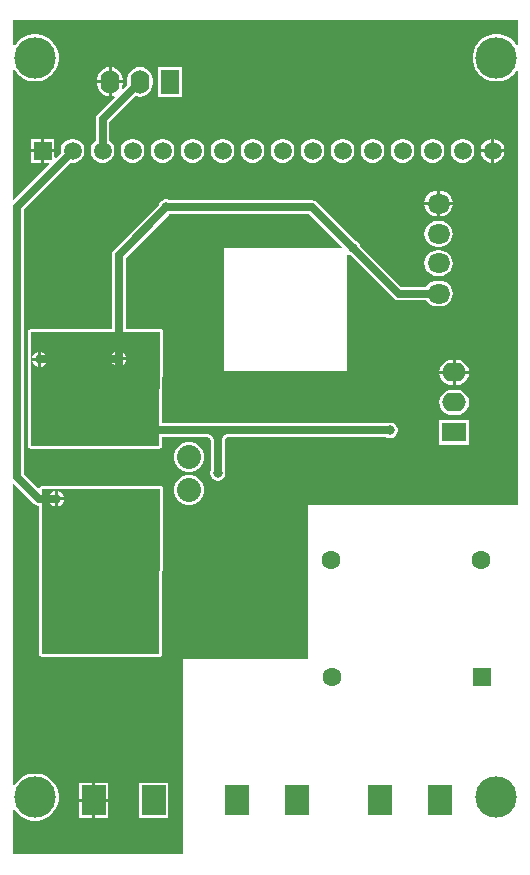
<source format=gbl>
G04*
G04 #@! TF.GenerationSoftware,Altium Limited,Altium Designer,21.9.2 (33)*
G04*
G04 Layer_Physical_Order=2*
G04 Layer_Color=16711680*
%FSTAX25Y25*%
%MOIN*%
G70*
G04*
G04 #@! TF.SameCoordinates,0F4E3B0E-42B1-4E8D-80DC-DAFE1E1038FA*
G04*
G04*
G04 #@! TF.FilePolarity,Positive*
G04*
G01*
G75*
%ADD14C,0.01000*%
%ADD63C,0.02500*%
%ADD66O,0.07500X0.06500*%
%ADD67C,0.13800*%
%ADD68C,0.06299*%
%ADD69R,0.06299X0.06299*%
%ADD70C,0.00787*%
%ADD71C,0.08000*%
%ADD72O,0.06299X0.07874*%
%ADD73R,0.06299X0.07874*%
%ADD74O,0.07874X0.06299*%
%ADD75R,0.07874X0.06299*%
%ADD76R,0.07874X0.09843*%
%ADD77C,0.05984*%
%ADD78R,0.05984X0.05984*%
%ADD79C,0.03150*%
G36*
X0506961Y0371404D02*
X0506461Y0371252D01*
X0505937Y0372036D01*
X0504837Y0373136D01*
X0503543Y0374001D01*
X0502105Y0374596D01*
X0500579Y03749D01*
X0499023D01*
X0497497Y0374596D01*
X0496059Y0374001D01*
X0494765Y0373136D01*
X0493665Y0372036D01*
X04928Y0370742D01*
X0492205Y0369304D01*
X0491901Y0367778D01*
Y0366222D01*
X0492205Y0364696D01*
X04928Y0363258D01*
X0493665Y0361964D01*
X0494765Y0360864D01*
X0496059Y0359999D01*
X0497497Y0359404D01*
X0499023Y03591D01*
X0500579D01*
X0502105Y0359404D01*
X0503543Y0359999D01*
X0504837Y0360864D01*
X0505937Y0361964D01*
X0506461Y0362748D01*
X0506961Y0362596D01*
Y0217922D01*
X0436982D01*
Y01667D01*
X03953D01*
Y0101539D01*
X0338539D01*
Y0116272D01*
X0338655Y0116373D01*
X0339314Y0116286D01*
X0339864Y0115464D01*
X0340964Y0114364D01*
X0342258Y0113499D01*
X0343696Y0112904D01*
X0345222Y01126D01*
X0346778D01*
X0348304Y0112904D01*
X0349742Y0113499D01*
X0351036Y0114364D01*
X0352136Y0115464D01*
X0353001Y0116758D01*
X0353596Y0118196D01*
X03539Y0119722D01*
Y0121278D01*
X0353596Y0122804D01*
X0353001Y0124242D01*
X0352136Y0125536D01*
X0351036Y0126636D01*
X0349742Y0127501D01*
X0348304Y0128096D01*
X0346778Y01284D01*
X0345222D01*
X0343696Y0128096D01*
X0342258Y0127501D01*
X0340964Y0126636D01*
X0339864Y0125536D01*
X0339314Y0124714D01*
X0338655Y0124627D01*
X0338539Y0124728D01*
Y0224763D01*
X0339001Y0224955D01*
X0345578Y0218378D01*
X0346322Y0217881D01*
X03472Y0217706D01*
X034738D01*
Y01684D01*
X0347458Y016801D01*
X0347679Y0167679D01*
X034801Y0167458D01*
X03484Y016738D01*
X0387449D01*
X0387641Y0167419D01*
X0387833Y0167456D01*
X0387836Y0167457D01*
X0387839Y0167458D01*
X0388002Y0167567D01*
X0388166Y0167675D01*
X0388167Y0167677D01*
X038817Y0167679D01*
X0388278Y0167841D01*
X0388389Y0168004D01*
X0388389Y0168007D01*
X0388391Y016801D01*
X0388429Y0168202D01*
X0388469Y0168394D01*
X0388801Y0223194D01*
X03888Y0223197D01*
X0388801Y02232D01*
X0388763Y0223392D01*
X0388725Y0223585D01*
X0388724Y0223587D01*
X0388723Y022359D01*
X0388615Y0223753D01*
X0388507Y0223917D01*
X0388504Y0223918D01*
X0388502Y0223921D01*
X038834Y022403D01*
X0388177Y022414D01*
X0388174Y022414D01*
X0388171Y0224142D01*
X0387979Y022418D01*
X0387787Y022422D01*
X0387784Y0224219D01*
X0387781Y022422D01*
X03484Y022422D01*
X034801Y0224142D01*
X0347679Y0223921D01*
X0347499Y0223652D01*
X034729Y0223565D01*
X0346933Y0223512D01*
X0342194Y022825D01*
Y031645D01*
X0357799Y0332055D01*
X0357974Y0332008D01*
X0359026D01*
X0360041Y033228D01*
X0360951Y0332805D01*
X0361695Y0333549D01*
X036222Y0334459D01*
X0362492Y0335474D01*
Y0336526D01*
X036222Y0337541D01*
X0361695Y0338451D01*
X0360951Y0339194D01*
X0360041Y033972D01*
X0359026Y0339992D01*
X0357974D01*
X0356959Y033972D01*
X0356049Y0339194D01*
X0355306Y0338451D01*
X035478Y0337541D01*
X0354508Y0336526D01*
Y0335474D01*
X0354555Y0335299D01*
X0352954Y0333698D01*
X0352492Y033389D01*
Y03355D01*
X0349D01*
Y0332008D01*
X035061D01*
X0350802Y0331546D01*
X0339001Y0319745D01*
X0338539Y0319937D01*
Y0362772D01*
X0338655Y0362873D01*
X0339314Y0362786D01*
X0339864Y0361964D01*
X0340964Y0360864D01*
X0342258Y0359999D01*
X0343696Y0359404D01*
X0345222Y03591D01*
X0346778D01*
X0348304Y0359404D01*
X0349742Y0359999D01*
X0351036Y0360864D01*
X0352136Y0361964D01*
X0353001Y0363258D01*
X0353596Y0364696D01*
X03539Y0366222D01*
Y0367778D01*
X0353596Y0369304D01*
X0353001Y0370742D01*
X0352136Y0372036D01*
X0351036Y0373136D01*
X0349742Y0374001D01*
X0348304Y0374596D01*
X0346778Y03749D01*
X0345222D01*
X0343696Y0374596D01*
X0342258Y0374001D01*
X0340964Y0373136D01*
X0339864Y0372036D01*
X0339314Y0371214D01*
X0338655Y0371127D01*
X0338539Y0371228D01*
Y0379461D01*
X0506961D01*
Y0371404D01*
D02*
G37*
G36*
X0387781Y02232D02*
X0387449Y01684D01*
X03484D01*
Y02232D01*
X0387781Y02232D01*
D02*
G37*
%LPC*%
G36*
X03715Y0363907D02*
Y03595D01*
X0375185D01*
Y0359787D01*
X0375043Y0360871D01*
X0374625Y036188D01*
X0373959Y0362747D01*
X0373093Y0363412D01*
X0372083Y036383D01*
X03715Y0363907D01*
D02*
G37*
G36*
X03705D02*
X0369917Y036383D01*
X0368907Y0363412D01*
X036804Y0362747D01*
X0367375Y036188D01*
X0366957Y0360871D01*
X0366815Y0359787D01*
Y03595D01*
X03705D01*
Y0363907D01*
D02*
G37*
G36*
X0381Y0363973D02*
X0379917Y036383D01*
X0378907Y0363412D01*
X0378041Y0362747D01*
X0377375Y036188D01*
X0376957Y0360871D01*
X0376815Y0359787D01*
Y0358213D01*
X0376833Y0358077D01*
X0375371Y0356615D01*
X0374947Y0356899D01*
X0375043Y0357129D01*
X0375185Y0358213D01*
Y03585D01*
X03715D01*
Y0354093D01*
X0372083Y035417D01*
X0372314Y0354265D01*
X0372597Y0353841D01*
X0366878Y0348122D01*
X0366381Y0347378D01*
X0366206Y03465D01*
Y0339285D01*
X0366049Y0339194D01*
X0365305Y0338451D01*
X036478Y0337541D01*
X0364508Y0336526D01*
Y0335474D01*
X036478Y0334459D01*
X0365305Y0333549D01*
X0366049Y0332805D01*
X0366959Y033228D01*
X0367974Y0332008D01*
X0369026D01*
X0370041Y033228D01*
X0370951Y0332805D01*
X0371694Y0333549D01*
X037222Y0334459D01*
X0372492Y0335474D01*
Y0336526D01*
X037222Y0337541D01*
X0371694Y0338451D01*
X0370951Y0339194D01*
X0370794Y0339285D01*
Y034555D01*
X0379561Y0354317D01*
X0379917Y035417D01*
X0381Y0354027D01*
X0382083Y035417D01*
X0383093Y0354588D01*
X038396Y0355253D01*
X0384625Y035612D01*
X0385043Y0357129D01*
X0385185Y0358213D01*
Y0359787D01*
X0385043Y0360871D01*
X0384625Y036188D01*
X038396Y0362747D01*
X0383093Y0363412D01*
X0382083Y036383D01*
X0381Y0363973D01*
D02*
G37*
G36*
X03705Y03585D02*
X0366815D01*
Y0358213D01*
X0366957Y0357129D01*
X0367375Y035612D01*
X036804Y0355253D01*
X0368907Y0354588D01*
X0369917Y035417D01*
X03705Y0354093D01*
Y03585D01*
D02*
G37*
G36*
X039515Y0363937D02*
X038685D01*
Y0354063D01*
X039515D01*
Y0363937D01*
D02*
G37*
G36*
X0499026Y0339992D02*
X0499D01*
Y03365D01*
X0502492D01*
Y0336526D01*
X050222Y0337541D01*
X0501694Y0338451D01*
X0500951Y0339194D01*
X0500041Y033972D01*
X0499026Y0339992D01*
D02*
G37*
G36*
X0498D02*
X0497974D01*
X0496959Y033972D01*
X0496049Y0339194D01*
X0495305Y0338451D01*
X049478Y0337541D01*
X0494508Y0336526D01*
Y03365D01*
X0498D01*
Y0339992D01*
D02*
G37*
G36*
X0352492D02*
X0349D01*
Y03365D01*
X0352492D01*
Y0339992D01*
D02*
G37*
G36*
X0348D02*
X0344508D01*
Y03365D01*
X0348D01*
Y0339992D01*
D02*
G37*
G36*
X0502492Y03355D02*
X0499D01*
Y0332008D01*
X0499026D01*
X0500041Y033228D01*
X0500951Y0332805D01*
X0501694Y0333549D01*
X050222Y0334459D01*
X0502492Y0335474D01*
Y03355D01*
D02*
G37*
G36*
X0498D02*
X0494508D01*
Y0335474D01*
X049478Y0334459D01*
X0495305Y0333549D01*
X0496049Y0332805D01*
X0496959Y033228D01*
X0497974Y0332008D01*
X0498D01*
Y03355D01*
D02*
G37*
G36*
X0489026Y0339992D02*
X0487974D01*
X0486959Y033972D01*
X0486049Y0339194D01*
X0485306Y0338451D01*
X048478Y0337541D01*
X0484508Y0336526D01*
Y0335474D01*
X048478Y0334459D01*
X0485306Y0333549D01*
X0486049Y0332805D01*
X0486959Y033228D01*
X0487974Y0332008D01*
X0489026D01*
X0490041Y033228D01*
X0490951Y0332805D01*
X0491694Y0333549D01*
X049222Y0334459D01*
X0492492Y0335474D01*
Y0336526D01*
X049222Y0337541D01*
X0491694Y0338451D01*
X0490951Y0339194D01*
X0490041Y033972D01*
X0489026Y0339992D01*
D02*
G37*
G36*
X0479026D02*
X0477974D01*
X0476959Y033972D01*
X0476049Y0339194D01*
X0475306Y0338451D01*
X047478Y0337541D01*
X0474508Y0336526D01*
Y0335474D01*
X047478Y0334459D01*
X0475306Y0333549D01*
X0476049Y0332805D01*
X0476959Y033228D01*
X0477974Y0332008D01*
X0479026D01*
X0480041Y033228D01*
X0480951Y0332805D01*
X0481695Y0333549D01*
X048222Y0334459D01*
X0482492Y0335474D01*
Y0336526D01*
X048222Y0337541D01*
X0481695Y0338451D01*
X0480951Y0339194D01*
X0480041Y033972D01*
X0479026Y0339992D01*
D02*
G37*
G36*
X0469026D02*
X0467974D01*
X0466959Y033972D01*
X0466049Y0339194D01*
X0465306Y0338451D01*
X046478Y0337541D01*
X0464508Y0336526D01*
Y0335474D01*
X046478Y0334459D01*
X0465306Y0333549D01*
X0466049Y0332805D01*
X0466959Y033228D01*
X0467974Y0332008D01*
X0469026D01*
X0470041Y033228D01*
X0470951Y0332805D01*
X0471695Y0333549D01*
X047222Y0334459D01*
X0472492Y0335474D01*
Y0336526D01*
X047222Y0337541D01*
X0471695Y0338451D01*
X0470951Y0339194D01*
X0470041Y033972D01*
X0469026Y0339992D01*
D02*
G37*
G36*
X0459026D02*
X0457974D01*
X0456959Y033972D01*
X0456049Y0339194D01*
X0455305Y0338451D01*
X045478Y0337541D01*
X0454508Y0336526D01*
Y0335474D01*
X045478Y0334459D01*
X0455305Y0333549D01*
X0456049Y0332805D01*
X0456959Y033228D01*
X0457974Y0332008D01*
X0459026D01*
X0460041Y033228D01*
X0460951Y0332805D01*
X0461694Y0333549D01*
X046222Y0334459D01*
X0462492Y0335474D01*
Y0336526D01*
X046222Y0337541D01*
X0461694Y0338451D01*
X0460951Y0339194D01*
X0460041Y033972D01*
X0459026Y0339992D01*
D02*
G37*
G36*
X0449026D02*
X0447974D01*
X0446959Y033972D01*
X0446049Y0339194D01*
X0445305Y0338451D01*
X044478Y0337541D01*
X0444508Y0336526D01*
Y0335474D01*
X044478Y0334459D01*
X0445305Y0333549D01*
X0446049Y0332805D01*
X0446959Y033228D01*
X0447974Y0332008D01*
X0449026D01*
X0450041Y033228D01*
X0450951Y0332805D01*
X0451694Y0333549D01*
X045222Y0334459D01*
X0452492Y0335474D01*
Y0336526D01*
X045222Y0337541D01*
X0451694Y0338451D01*
X0450951Y0339194D01*
X0450041Y033972D01*
X0449026Y0339992D01*
D02*
G37*
G36*
X0439026D02*
X0437974D01*
X0436959Y033972D01*
X0436049Y0339194D01*
X0435306Y0338451D01*
X043478Y0337541D01*
X0434508Y0336526D01*
Y0335474D01*
X043478Y0334459D01*
X0435306Y0333549D01*
X0436049Y0332805D01*
X0436959Y033228D01*
X0437974Y0332008D01*
X0439026D01*
X0440041Y033228D01*
X0440951Y0332805D01*
X0441694Y0333549D01*
X044222Y0334459D01*
X0442492Y0335474D01*
Y0336526D01*
X044222Y0337541D01*
X0441694Y0338451D01*
X0440951Y0339194D01*
X0440041Y033972D01*
X0439026Y0339992D01*
D02*
G37*
G36*
X0429026D02*
X0427974D01*
X0426959Y033972D01*
X0426049Y0339194D01*
X0425306Y0338451D01*
X042478Y0337541D01*
X0424508Y0336526D01*
Y0335474D01*
X042478Y0334459D01*
X0425306Y0333549D01*
X0426049Y0332805D01*
X0426959Y033228D01*
X0427974Y0332008D01*
X0429026D01*
X0430041Y033228D01*
X0430951Y0332805D01*
X0431695Y0333549D01*
X043222Y0334459D01*
X0432492Y0335474D01*
Y0336526D01*
X043222Y0337541D01*
X0431695Y0338451D01*
X0430951Y0339194D01*
X0430041Y033972D01*
X0429026Y0339992D01*
D02*
G37*
G36*
X0419026D02*
X0417974D01*
X0416959Y033972D01*
X0416049Y0339194D01*
X0415306Y0338451D01*
X041478Y0337541D01*
X0414508Y0336526D01*
Y0335474D01*
X041478Y0334459D01*
X0415306Y0333549D01*
X0416049Y0332805D01*
X0416959Y033228D01*
X0417974Y0332008D01*
X0419026D01*
X0420041Y033228D01*
X0420951Y0332805D01*
X0421695Y0333549D01*
X042222Y0334459D01*
X0422492Y0335474D01*
Y0336526D01*
X042222Y0337541D01*
X0421695Y0338451D01*
X0420951Y0339194D01*
X0420041Y033972D01*
X0419026Y0339992D01*
D02*
G37*
G36*
X0409026D02*
X0407974D01*
X0406959Y033972D01*
X0406049Y0339194D01*
X0405305Y0338451D01*
X040478Y0337541D01*
X0404508Y0336526D01*
Y0335474D01*
X040478Y0334459D01*
X0405305Y0333549D01*
X0406049Y0332805D01*
X0406959Y033228D01*
X0407974Y0332008D01*
X0409026D01*
X0410041Y033228D01*
X0410951Y0332805D01*
X0411694Y0333549D01*
X041222Y0334459D01*
X0412492Y0335474D01*
Y0336526D01*
X041222Y0337541D01*
X0411694Y0338451D01*
X0410951Y0339194D01*
X0410041Y033972D01*
X0409026Y0339992D01*
D02*
G37*
G36*
X0399026D02*
X0397974D01*
X0396959Y033972D01*
X0396049Y0339194D01*
X0395305Y0338451D01*
X039478Y0337541D01*
X0394508Y0336526D01*
Y0335474D01*
X039478Y0334459D01*
X0395305Y0333549D01*
X0396049Y0332805D01*
X0396959Y033228D01*
X0397974Y0332008D01*
X0399026D01*
X0400041Y033228D01*
X0400951Y0332805D01*
X0401694Y0333549D01*
X040222Y0334459D01*
X0402492Y0335474D01*
Y0336526D01*
X040222Y0337541D01*
X0401694Y0338451D01*
X0400951Y0339194D01*
X0400041Y033972D01*
X0399026Y0339992D01*
D02*
G37*
G36*
X0389026D02*
X0387974D01*
X0386959Y033972D01*
X0386049Y0339194D01*
X0385306Y0338451D01*
X038478Y0337541D01*
X0384508Y0336526D01*
Y0335474D01*
X038478Y0334459D01*
X0385306Y0333549D01*
X0386049Y0332805D01*
X0386959Y033228D01*
X0387974Y0332008D01*
X0389026D01*
X0390041Y033228D01*
X0390951Y0332805D01*
X0391694Y0333549D01*
X039222Y0334459D01*
X0392492Y0335474D01*
Y0336526D01*
X039222Y0337541D01*
X0391694Y0338451D01*
X0390951Y0339194D01*
X0390041Y033972D01*
X0389026Y0339992D01*
D02*
G37*
G36*
X0379026D02*
X0377974D01*
X0376959Y033972D01*
X0376049Y0339194D01*
X0375306Y0338451D01*
X037478Y0337541D01*
X0374508Y0336526D01*
Y0335474D01*
X037478Y0334459D01*
X0375306Y0333549D01*
X0376049Y0332805D01*
X0376959Y033228D01*
X0377974Y0332008D01*
X0379026D01*
X0380041Y033228D01*
X0380951Y0332805D01*
X0381695Y0333549D01*
X038222Y0334459D01*
X0382492Y0335474D01*
Y0336526D01*
X038222Y0337541D01*
X0381695Y0338451D01*
X0380951Y0339194D01*
X0380041Y033972D01*
X0379026Y0339992D01*
D02*
G37*
G36*
X0348Y03355D02*
X0344508D01*
Y0332008D01*
X0348D01*
Y03355D01*
D02*
G37*
G36*
X0481Y0322687D02*
D01*
Y03189D01*
X0485221D01*
X0485141Y031951D01*
X0484712Y0320543D01*
X0484031Y0321431D01*
X0483143Y0322112D01*
X0482109Y0322541D01*
X0481Y0322687D01*
D02*
G37*
G36*
X048D02*
X0478891Y0322541D01*
X0477857Y0322112D01*
X0476969Y0321431D01*
X0476288Y0320543D01*
X0475859Y031951D01*
X0475779Y03189D01*
X048D01*
Y0322687D01*
D02*
G37*
G36*
X0485221Y03179D02*
X0481D01*
Y0314113D01*
X0482109Y0314259D01*
X0483143Y0314688D01*
X0484031Y0315369D01*
X0484712Y0316257D01*
X0485141Y031729D01*
X0485221Y03179D01*
D02*
G37*
G36*
X048D02*
X0475779D01*
X0475859Y031729D01*
X0476288Y0316257D01*
X0476969Y0315369D01*
X0477857Y0314688D01*
X0478891Y0314259D01*
X048Y0314113D01*
D01*
Y03179D01*
D02*
G37*
G36*
X0481Y0312587D02*
X048D01*
X0478891Y0312441D01*
X0477857Y0312012D01*
X0476969Y0311331D01*
X0476288Y0310443D01*
X0475859Y0309409D01*
X0475713Y03083D01*
X0475859Y030719D01*
X0476288Y0306157D01*
X0476969Y0305269D01*
X0477857Y0304588D01*
X0478891Y0304159D01*
X048Y0304013D01*
X0481D01*
X0482109Y0304159D01*
X0483143Y0304588D01*
X0484031Y0305269D01*
X0484712Y0306157D01*
X0485141Y030719D01*
X0485287Y03083D01*
X0485141Y0309409D01*
X0484712Y0310443D01*
X0484031Y0311331D01*
X0483143Y0312012D01*
X0482109Y0312441D01*
X0481Y0312587D01*
D02*
G37*
G36*
Y0302787D02*
X048D01*
X0478891Y0302641D01*
X0477857Y0302212D01*
X0476969Y0301531D01*
X0476288Y0300643D01*
X0475859Y0299609D01*
X0475713Y02985D01*
X0475859Y0297391D01*
X0476288Y0296357D01*
X0476969Y0295469D01*
X0477857Y0294788D01*
X0478891Y0294359D01*
X048Y0294213D01*
X0481D01*
X0482109Y0294359D01*
X0483143Y0294788D01*
X0484031Y0295469D01*
X0484712Y0296357D01*
X0485141Y0297391D01*
X0485287Y02985D01*
X0485141Y0299609D01*
X0484712Y0300643D01*
X0484031Y0301531D01*
X0483143Y0302212D01*
X0482109Y0302641D01*
X0481Y0302787D01*
D02*
G37*
G36*
X0390139Y0319775D02*
X0389461D01*
X0388806Y0319599D01*
X0388219Y031926D01*
X038774Y0318781D01*
X0387401Y0318194D01*
X0387346Y031799D01*
X0372278Y0302922D01*
X037178Y0302178D01*
X0371606Y03013D01*
Y027672D01*
X03447Y027672D01*
X034431Y0276642D01*
X0343979Y0276421D01*
X0343758Y027609D01*
X034368Y02757D01*
Y02377D01*
X0343758Y023731D01*
X0343979Y0236979D01*
X034431Y0236758D01*
X03447Y023668D01*
X038739D01*
X0387582Y0236719D01*
X0387774Y0236756D01*
X0387777Y0236757D01*
X038778Y0236758D01*
X0387942Y0236867D01*
X0388106Y0236975D01*
X0388108Y0236977D01*
X0388111Y0236979D01*
X0388219Y0237142D01*
X0388329Y0237304D01*
X038833Y0237307D01*
X0388332Y023731D01*
X038837Y0237502D01*
X0388409Y0237694D01*
X0388426Y0240506D01*
X0403533D01*
X0403799Y0240459D01*
X0404019Y0240386D01*
X040418Y0240299D01*
X04043Y02402D01*
X0404399Y024008D01*
X0404486Y0239919D01*
X0404559Y0239699D01*
X0404606Y0239433D01*
Y0229776D01*
X0404501Y0229594D01*
X0404325Y0228939D01*
Y0228261D01*
X0404501Y0227606D01*
X040484Y0227019D01*
X0405319Y022654D01*
X0405906Y0226201D01*
X0406561Y0226025D01*
X0407239D01*
X0407894Y0226201D01*
X0408481Y022654D01*
X040896Y0227019D01*
X0409299Y0227606D01*
X0409475Y0228261D01*
Y0228939D01*
X0409299Y0229594D01*
X0409194Y0229776D01*
Y0239433D01*
X0409241Y0239699D01*
X0409314Y0239919D01*
X0409401Y024008D01*
X04095Y02402D01*
X040962Y0240299D01*
X0409781Y0240386D01*
X0410001Y0240459D01*
X0410267Y0240506D01*
X0463124D01*
X0463306Y0240401D01*
X0463961Y0240225D01*
X0464639D01*
X0465294Y0240401D01*
X0465881Y024074D01*
X046636Y0241219D01*
X0466699Y0241806D01*
X0466875Y0242461D01*
Y0243139D01*
X0466699Y0243794D01*
X046636Y0244381D01*
X0465881Y024486D01*
X0465294Y0245199D01*
X0464639Y0245375D01*
X0463961D01*
X0463306Y0245199D01*
X0463124Y0245094D01*
X0388809D01*
X0388456Y0245449D01*
X038864Y0275694D01*
X0388639Y0275697D01*
X038864Y02757D01*
X0388601Y0275892D01*
X0388564Y0276084D01*
X0388563Y0276087D01*
X0388562Y027609D01*
X0388453Y0276253D01*
X0388345Y0276417D01*
X0388343Y0276418D01*
X0388341Y0276421D01*
X0388178Y027653D01*
X0388016Y027664D01*
X0388013Y027664D01*
X038801Y0276642D01*
X0387818Y027668D01*
X0387626Y027672D01*
X0387623Y0276719D01*
X038762Y027672D01*
X0376194D01*
Y030035D01*
X0390591Y0314746D01*
X0390794Y0314801D01*
X0390976Y0314906D01*
X043745D01*
X0448421Y0303934D01*
X044823Y0303472D01*
X0409027D01*
Y0262528D01*
X0449972D01*
Y0301355D01*
X0450039Y0301382D01*
X0450472Y0301509D01*
X0451006Y0301201D01*
X0451209Y0301146D01*
X0465578Y0286778D01*
X0466322Y028628D01*
X04672Y0286106D01*
X0476403D01*
X0476969Y0285369D01*
X0477857Y0284688D01*
X0478891Y0284259D01*
X048Y0284113D01*
X0481D01*
X0482109Y0284259D01*
X0483143Y0284688D01*
X0484031Y0285369D01*
X0484712Y0286257D01*
X0485141Y0287291D01*
X0485287Y02884D01*
X0485141Y028951D01*
X0484712Y0290543D01*
X0484031Y0291431D01*
X0483143Y0292112D01*
X0482109Y0292541D01*
X0481Y0292687D01*
X048D01*
X0478891Y0292541D01*
X0477857Y0292112D01*
X0476969Y0291431D01*
X0476403Y0290694D01*
X046815D01*
X0454454Y0304391D01*
X0454399Y0304594D01*
X045406Y0305181D01*
X0453581Y030566D01*
X0452994Y0305999D01*
X045279Y0306054D01*
X0440022Y0318822D01*
X0439278Y031932D01*
X04384Y0319494D01*
X0390976D01*
X0390794Y0319599D01*
X0390139Y0319775D01*
D02*
G37*
G36*
X0486487Y0266285D02*
X04862D01*
Y02626D01*
X0490607D01*
X049053Y0263183D01*
X0490112Y0264193D01*
X0489447Y0265059D01*
X048858Y0265725D01*
X0487571Y0266143D01*
X0486487Y0266285D01*
D02*
G37*
G36*
X04852D02*
X0484913D01*
X0483829Y0266143D01*
X048282Y0265725D01*
X0481953Y0265059D01*
X0481288Y0264193D01*
X048087Y0263183D01*
X0480793Y02626D01*
X04852D01*
Y0266285D01*
D02*
G37*
G36*
X0490607Y02616D02*
X04862D01*
Y0257915D01*
X0486487D01*
X0487571Y0258057D01*
X048858Y0258475D01*
X0489447Y025914D01*
X0490112Y0260007D01*
X049053Y0261017D01*
X0490607Y02616D01*
D02*
G37*
G36*
X04852D02*
X0480793D01*
X048087Y0261017D01*
X0481288Y0260007D01*
X0481953Y025914D01*
X048282Y0258475D01*
X0483829Y0258057D01*
X0484913Y0257915D01*
X04852D01*
Y02616D01*
D02*
G37*
G36*
X0486487Y0256285D02*
X0484913D01*
X0483829Y0256143D01*
X048282Y0255725D01*
X0481953Y025506D01*
X0481288Y0254193D01*
X048087Y0253183D01*
X0480727Y02521D01*
X048087Y0251017D01*
X0481288Y0250007D01*
X0481953Y0249141D01*
X048282Y0248475D01*
X0483829Y0248057D01*
X0484913Y0247915D01*
X0486487D01*
X0487571Y0248057D01*
X048858Y0248475D01*
X0489447Y0249141D01*
X0490112Y0250007D01*
X049053Y0251017D01*
X0490673Y02521D01*
X049053Y0253183D01*
X0490112Y0254193D01*
X0489447Y025506D01*
X048858Y0255725D01*
X0487571Y0256143D01*
X0486487Y0256285D01*
D02*
G37*
G36*
X0490637Y024625D02*
X0480763D01*
Y023795D01*
X0490637D01*
Y024625D01*
D02*
G37*
G36*
X0398058Y0238924D02*
X0396742D01*
X039547Y0238583D01*
X039433Y0237925D01*
X0393399Y0236994D01*
X0392741Y0235854D01*
X03924Y0234582D01*
Y0233266D01*
X0392741Y0231994D01*
X0393399Y0230854D01*
X039433Y0229923D01*
X039547Y0229265D01*
X0396742Y0228924D01*
X0398058D01*
X039933Y0229265D01*
X040047Y0229923D01*
X0401401Y0230854D01*
X0402059Y0231994D01*
X04024Y0233266D01*
Y0234582D01*
X0402059Y0235854D01*
X0401401Y0236994D01*
X040047Y0237925D01*
X039933Y0238583D01*
X0398058Y0238924D01*
D02*
G37*
G36*
Y0227923D02*
X0396742D01*
X039547Y0227583D01*
X039433Y0226924D01*
X0393399Y0225993D01*
X0392741Y0224853D01*
X03924Y0223582D01*
Y0222265D01*
X0392741Y0220993D01*
X0393399Y0219853D01*
X039433Y0218922D01*
X039547Y0218264D01*
X0396742Y0217923D01*
X0398058D01*
X039933Y0218264D01*
X040047Y0218922D01*
X0401401Y0219853D01*
X0402059Y0220993D01*
X04024Y0222265D01*
Y0223582D01*
X0402059Y0224853D01*
X0401401Y0225993D01*
X040047Y0226924D01*
X039933Y0227583D01*
X0398058Y0227923D01*
D02*
G37*
G36*
X0370437Y0125421D02*
X0366D01*
Y012D01*
X0370437D01*
Y0125421D01*
D02*
G37*
G36*
X0365D02*
X0360563D01*
Y012D01*
X0365D01*
Y0125421D01*
D02*
G37*
G36*
X0390437D02*
X0380563D01*
Y0113579D01*
X0390437D01*
Y0125421D01*
D02*
G37*
G36*
X0370437Y0119D02*
X0366D01*
Y0113579D01*
X0370437D01*
Y0119D01*
D02*
G37*
G36*
X0365D02*
X0360563D01*
Y0113579D01*
X0365D01*
Y0119D01*
D02*
G37*
%LPD*%
G36*
X0450735Y0305581D02*
X0450847Y0305494D01*
X0450966Y0305418D01*
X0451092Y0305352D01*
X0451224Y0305296D01*
X0451363Y0305251D01*
X0451508Y0305216D01*
X045166Y0305192D01*
X0451819Y0305178D01*
X0451984Y0305175D01*
X0452Y03036D01*
X0450425Y0303616D01*
X0450422Y0303781D01*
X0450408Y030394D01*
X0450384Y0304092D01*
X0450349Y0304237D01*
X0450304Y0304376D01*
X0450248Y0304508D01*
X0450182Y0304634D01*
X0450106Y0304753D01*
X0450019Y0304865D01*
X0449922Y0304971D01*
X045063Y0305678D01*
X0450735Y0305581D01*
D02*
G37*
G36*
X0453575Y0303584D02*
X0453578Y0303419D01*
X0453592Y030326D01*
X0453616Y0303108D01*
X0453651Y0302963D01*
X0453696Y0302824D01*
X0453752Y0302692D01*
X0453818Y0302566D01*
X0453894Y0302447D01*
X0453981Y0302335D01*
X0454078Y0302229D01*
X0453371Y0301522D01*
X0453265Y0301619D01*
X0453153Y0301706D01*
X0453034Y0301782D01*
X0452908Y0301848D01*
X0452776Y0301904D01*
X0452637Y0301949D01*
X0452492Y0301984D01*
X045234Y0302008D01*
X0452181Y0302022D01*
X0452016Y0302025D01*
X0452Y03036D01*
X0453575Y0303584D01*
D02*
G37*
G36*
X041065Y024155D02*
X0410175Y0241525D01*
X040975Y024145D01*
X0409375Y0241325D01*
X040905Y024115D01*
X0408775Y0240925D01*
X040855Y024065D01*
X0408375Y0240325D01*
X040825Y023995D01*
X0408175Y0239525D01*
X040815Y023905D01*
X040565D01*
X0405625Y0239525D01*
X040555Y023995D01*
X0405425Y0240325D01*
X040525Y024065D01*
X0405025Y0240925D01*
X040475Y024115D01*
X0404425Y0241325D01*
X040405Y024145D01*
X0403625Y0241525D01*
X040315Y024155D01*
X04069Y024405D01*
X041065Y024155D01*
D02*
G37*
G36*
X038762Y02757D02*
X038739Y02377D01*
X03447D01*
Y02757D01*
X038762Y02757D01*
D02*
G37*
%LPC*%
G36*
X03744Y0269231D02*
Y02672D01*
X0376431D01*
X0376409Y0267372D01*
X0376149Y0267999D01*
X0375736Y0268536D01*
X0375199Y0268949D01*
X0374572Y0269209D01*
X03744Y0269231D01*
D02*
G37*
G36*
X03734D02*
X0373228Y0269209D01*
X0372602Y0268949D01*
X0372064Y0268536D01*
X0371651Y0267999D01*
X0371392Y0267372D01*
X0371369Y02672D01*
X03734D01*
Y0269231D01*
D02*
G37*
G36*
X0348Y0269031D02*
Y0267D01*
X0350031D01*
X0350009Y0267172D01*
X0349749Y0267798D01*
X0349336Y0268336D01*
X0348798Y0268749D01*
X0348172Y0269008D01*
X0348Y0269031D01*
D02*
G37*
G36*
X0347D02*
X0346828Y0269008D01*
X0346201Y0268749D01*
X0345664Y0268336D01*
X0345251Y0267798D01*
X0344991Y0267172D01*
X0344969Y0267D01*
X0347D01*
Y0269031D01*
D02*
G37*
G36*
X0376431Y02662D02*
X03744D01*
Y0264169D01*
X0374572Y0264192D01*
X0375199Y0264451D01*
X0375736Y0264864D01*
X0376149Y0265402D01*
X0376409Y0266028D01*
X0376431Y02662D01*
D02*
G37*
G36*
X03734D02*
X0371369D01*
X0371392Y0266028D01*
X0371651Y0265402D01*
X0372064Y0264864D01*
X0372602Y0264451D01*
X0373228Y0264192D01*
X03734Y0264169D01*
Y02662D01*
D02*
G37*
G36*
X0350031Y0266D02*
X0348D01*
Y0263969D01*
X0348172Y0263991D01*
X0348798Y0264251D01*
X0349336Y0264664D01*
X0349749Y0265201D01*
X0350009Y0265828D01*
X0350031Y0266D01*
D02*
G37*
G36*
X0347D02*
X0344969D01*
X0344991Y0265828D01*
X0345251Y0265201D01*
X0345664Y0264664D01*
X0346201Y0264251D01*
X0346828Y0263991D01*
X0347Y0263969D01*
Y0266D01*
D02*
G37*
G36*
X03535Y0222531D02*
Y02205D01*
X0355531D01*
X0355508Y0220672D01*
X0355249Y0221299D01*
X0354836Y0221836D01*
X0354298Y0222249D01*
X0353672Y0222509D01*
X03535Y0222531D01*
D02*
G37*
G36*
X03525D02*
X0352328Y0222509D01*
X0351701Y0222249D01*
X0351164Y0221836D01*
X0350751Y0221299D01*
X0350491Y0220672D01*
X0350469Y02205D01*
X03525D01*
Y0222531D01*
D02*
G37*
G36*
X0355531Y02195D02*
X03535D01*
Y0217469D01*
X0353672Y0217492D01*
X0354298Y0217751D01*
X0354836Y0218164D01*
X0355249Y0218702D01*
X0355508Y0219328D01*
X0355531Y02195D01*
D02*
G37*
G36*
X03525D02*
X0350469D01*
X0350491Y0219328D01*
X0350751Y0218702D01*
X0351164Y0218164D01*
X0351701Y0217751D01*
X0352328Y0217492D01*
X03525Y0217469D01*
Y02195D01*
D02*
G37*
%LPD*%
D14*
X0353Y022D02*
X035305Y022005D01*
D63*
X03399Y02273D02*
X03472Y022D01*
X03399Y03174D02*
X03585Y0336D01*
X03399Y02273D02*
Y03174D01*
X03472Y022D02*
X0353D01*
X0374925Y02428D02*
X04069D01*
X03739Y0243825D02*
Y0252499D01*
X0374682Y0253281D01*
X03739Y0243825D02*
X0374925Y02428D01*
X03739Y0262159D02*
Y02667D01*
Y0262159D02*
X0374682Y0261377D01*
Y0253281D02*
Y0261377D01*
X04069Y02428D02*
X04643D01*
X04069Y02286D02*
Y02428D01*
X03739Y03013D02*
X03898Y03172D01*
X03739Y02667D02*
Y03013D01*
X04384Y03172D02*
X04672Y02884D01*
X03898Y03172D02*
X04384D01*
X03738Y02666D02*
X03739Y02667D01*
X04672Y02884D02*
X04805D01*
X03476Y02666D02*
X03738D01*
X03475Y02665D02*
X03476Y02666D01*
X03685Y03465D02*
X0381Y0359D01*
X03685Y0336D02*
Y03465D01*
D66*
X04805Y02884D02*
D03*
Y02985D02*
D03*
Y03083D02*
D03*
Y03184D02*
D03*
D67*
X0499801Y0367D02*
D03*
X0346D02*
D03*
X0499801Y01205D02*
D03*
X0346D02*
D03*
D68*
X0494712Y0199753D02*
D03*
X0444712D02*
D03*
X0445Y01605D02*
D03*
D69*
X0495D02*
D03*
D70*
X0372038Y0254377D02*
D03*
Y0256345D02*
D03*
Y0258314D02*
D03*
Y0260282D02*
D03*
Y0256345D02*
D03*
Y0258314D02*
D03*
Y0260282D02*
D03*
X037007Y0254377D02*
D03*
Y0256345D02*
D03*
Y0258314D02*
D03*
Y0260282D02*
D03*
X0368101Y0254377D02*
D03*
Y0256345D02*
D03*
Y0258314D02*
D03*
Y0260282D02*
D03*
X0366133Y0254377D02*
D03*
Y0256345D02*
D03*
Y0258314D02*
D03*
Y0260282D02*
D03*
X0371538Y0203539D02*
D03*
Y0205507D02*
D03*
Y0207476D02*
D03*
Y0209444D02*
D03*
Y0205507D02*
D03*
Y0207476D02*
D03*
Y0209444D02*
D03*
X036957Y0203539D02*
D03*
Y0205507D02*
D03*
Y0207476D02*
D03*
Y0209444D02*
D03*
X0367601Y0203539D02*
D03*
Y0205507D02*
D03*
Y0207476D02*
D03*
Y0209444D02*
D03*
X0365633Y0203539D02*
D03*
Y0205507D02*
D03*
Y0207476D02*
D03*
Y0209444D02*
D03*
D71*
X03974Y0233924D02*
D03*
Y0222923D02*
D03*
D72*
X0371Y0359D02*
D03*
X0381D02*
D03*
D73*
X0391D02*
D03*
D74*
X04857Y02621D02*
D03*
Y02521D02*
D03*
D75*
Y02421D02*
D03*
D76*
X0481Y01195D02*
D03*
X0461D02*
D03*
X043325D02*
D03*
X041325D02*
D03*
X03855D02*
D03*
X03655D02*
D03*
D77*
X04985Y0336D02*
D03*
X04885D02*
D03*
X04785D02*
D03*
X04685D02*
D03*
X04485D02*
D03*
X04285D02*
D03*
X04185D02*
D03*
X03985D02*
D03*
X03885D02*
D03*
X03785D02*
D03*
X03585D02*
D03*
X03685D02*
D03*
X04085D02*
D03*
X04385D02*
D03*
X04585D02*
D03*
D78*
X03485D02*
D03*
D79*
X04069Y02286D02*
D03*
X03898Y03172D02*
D03*
X04643Y02428D02*
D03*
X0452Y03036D02*
D03*
X03475Y02665D02*
D03*
X03739Y02667D02*
D03*
X0353Y022D02*
D03*
M02*

</source>
